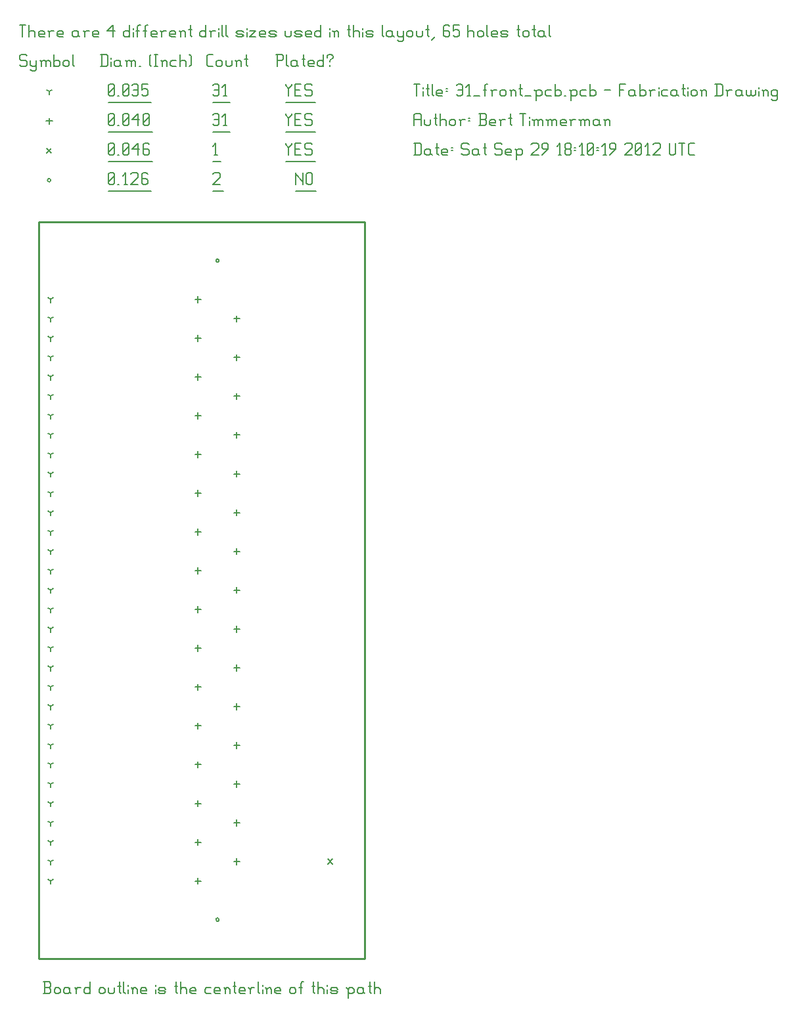
<source format=gbr>
G04 start of page 10 for group -3984 idx -3984 *
G04 Title: 31_front_pcb.pcb, fab *
G04 Creator: pcb 20100929 *
G04 CreationDate: Sat Sep 29 18:10:19 2012 UTC *
G04 For: bert *
G04 Format: Gerber/RS-274X *
G04 PCB-Dimensions: 196850 393701 *
G04 PCB-Coordinate-Origin: lower left *
%MOIN*%
%FSLAX25Y25*%
%LNFAB*%
%ADD19C,0.0080*%
%ADD23C,0.0100*%
%ADD24C,0.0060*%
G54D19*X99595Y29528D02*G75*G03X101195Y29528I800J0D01*G01*
G75*G03X99595Y29528I-800J0D01*G01*
Y364174D02*G75*G03X101195Y364174I800J0D01*G01*
G75*G03X99595Y364174I-800J0D01*G01*
X14200Y404951D02*G75*G03X15800Y404951I800J0D01*G01*
G75*G03X14200Y404951I-800J0D01*G01*
G54D24*X140000Y408701D02*Y402701D01*
Y408701D02*Y407951D01*
X143750Y404201D01*
Y408701D02*Y402701D01*
X145551Y407951D02*Y403451D01*
Y407951D02*X146301Y408701D01*
X147801D01*
X148551Y407951D01*
Y403451D01*
X147801Y402701D02*X148551Y403451D01*
X146301Y402701D02*X147801D01*
X145551Y403451D02*X146301Y402701D01*
X140000Y399450D02*X150353D01*
X98000Y407951D02*X98750Y408701D01*
X101000D01*
X101750Y407951D01*
Y406451D01*
X98000Y402701D02*X101750Y406451D01*
X98000Y402701D02*X101750D01*
X98000Y399450D02*X103551D01*
X45000Y403451D02*X45750Y402701D01*
X45000Y407951D02*Y403451D01*
Y407951D02*X45750Y408701D01*
X47250D01*
X48000Y407951D01*
Y403451D01*
X47250Y402701D02*X48000Y403451D01*
X45750Y402701D02*X47250D01*
X45000Y404201D02*X48000Y407201D01*
X49801Y402701D02*X50551D01*
X53103D02*X54603D01*
X53853Y408701D02*Y402701D01*
X52353Y407201D02*X53853Y408701D01*
X56404Y407951D02*X57154Y408701D01*
X59404D01*
X60154Y407951D01*
Y406451D01*
X56404Y402701D02*X60154Y406451D01*
X56404Y402701D02*X60154D01*
X64206Y408701D02*X64956Y407951D01*
X62706Y408701D02*X64206D01*
X61956Y407951D02*X62706Y408701D01*
X61956Y407951D02*Y403451D01*
X62706Y402701D01*
X64206Y405701D02*X64956Y404951D01*
X61956Y405701D02*X64206D01*
X62706Y402701D02*X64206D01*
X64956Y403451D01*
Y404951D02*Y403451D01*
X45000Y399450D02*X66757D01*
X156280Y60255D02*X158680Y57855D01*
X156280D02*X158680Y60255D01*
X13800Y421151D02*X16200Y418751D01*
X13800D02*X16200Y421151D01*
X135000Y423701D02*Y422951D01*
X136500Y421451D01*
X138000Y422951D01*
Y423701D02*Y422951D01*
X136500Y421451D02*Y417701D01*
X139801Y420701D02*X142051D01*
X139801Y417701D02*X142801D01*
X139801Y423701D02*Y417701D01*
Y423701D02*X142801D01*
X147603D02*X148353Y422951D01*
X145353Y423701D02*X147603D01*
X144603Y422951D02*X145353Y423701D01*
X144603Y422951D02*Y421451D01*
X145353Y420701D01*
X147603D01*
X148353Y419951D01*
Y418451D01*
X147603Y417701D02*X148353Y418451D01*
X145353Y417701D02*X147603D01*
X144603Y418451D02*X145353Y417701D01*
X135000Y414450D02*X150154D01*
X98750Y417701D02*X100250D01*
X99500Y423701D02*Y417701D01*
X98000Y422201D02*X99500Y423701D01*
X98000Y414450D02*X102051D01*
X45000Y418451D02*X45750Y417701D01*
X45000Y422951D02*Y418451D01*
Y422951D02*X45750Y423701D01*
X47250D01*
X48000Y422951D01*
Y418451D01*
X47250Y417701D02*X48000Y418451D01*
X45750Y417701D02*X47250D01*
X45000Y419201D02*X48000Y422201D01*
X49801Y417701D02*X50551D01*
X52353Y418451D02*X53103Y417701D01*
X52353Y422951D02*Y418451D01*
Y422951D02*X53103Y423701D01*
X54603D01*
X55353Y422951D01*
Y418451D01*
X54603Y417701D02*X55353Y418451D01*
X53103Y417701D02*X54603D01*
X52353Y419201D02*X55353Y422201D01*
X57154Y420701D02*X60154Y423701D01*
X57154Y420701D02*X60904D01*
X60154Y423701D02*Y417701D01*
X64956Y423701D02*X65706Y422951D01*
X63456Y423701D02*X64956D01*
X62706Y422951D02*X63456Y423701D01*
X62706Y422951D02*Y418451D01*
X63456Y417701D01*
X64956Y420701D02*X65706Y419951D01*
X62706Y420701D02*X64956D01*
X63456Y417701D02*X64956D01*
X65706Y418451D01*
Y419951D02*Y418451D01*
X45000Y414450D02*X67507D01*
X90552Y346088D02*Y342888D01*
X88952Y344488D02*X92152D01*
X110236Y336246D02*Y333046D01*
X108636Y334646D02*X111836D01*
X90552Y326403D02*Y323203D01*
X88952Y324803D02*X92152D01*
X110236Y316561D02*Y313361D01*
X108636Y314961D02*X111836D01*
X90552Y306718D02*Y303518D01*
X88952Y305118D02*X92152D01*
X110236Y296876D02*Y293676D01*
X108636Y295276D02*X111836D01*
X90552Y287033D02*Y283833D01*
X88952Y285433D02*X92152D01*
X110236Y277191D02*Y273991D01*
X108636Y275591D02*X111836D01*
X90552Y267348D02*Y264148D01*
X88952Y265748D02*X92152D01*
X110236Y257506D02*Y254306D01*
X108636Y255906D02*X111836D01*
X90552Y247663D02*Y244463D01*
X88952Y246063D02*X92152D01*
X110236Y237821D02*Y234621D01*
X108636Y236221D02*X111836D01*
X90552Y227978D02*Y224778D01*
X88952Y226378D02*X92152D01*
X110236Y218136D02*Y214936D01*
X108636Y216536D02*X111836D01*
X90552Y208293D02*Y205093D01*
X88952Y206693D02*X92152D01*
X110236Y198451D02*Y195251D01*
X108636Y196851D02*X111836D01*
X90552Y188608D02*Y185408D01*
X88952Y187008D02*X92152D01*
X110236Y178766D02*Y175566D01*
X108636Y177166D02*X111836D01*
X90552Y168923D02*Y165723D01*
X88952Y167323D02*X92152D01*
X110236Y159081D02*Y155881D01*
X108636Y157481D02*X111836D01*
X110236Y139396D02*Y136196D01*
X108636Y137796D02*X111836D01*
X90552Y149238D02*Y146038D01*
X88952Y147638D02*X92152D01*
X90552Y129553D02*Y126353D01*
X88952Y127953D02*X92152D01*
X110236Y119711D02*Y116511D01*
X108636Y118111D02*X111836D01*
X90552Y109868D02*Y106668D01*
X88952Y108268D02*X92152D01*
X110236Y100026D02*Y96826D01*
X108636Y98426D02*X111836D01*
X90552Y90183D02*Y86983D01*
X88952Y88583D02*X92152D01*
X110236Y80341D02*Y77141D01*
X108636Y78741D02*X111836D01*
X90552Y70498D02*Y67298D01*
X88952Y68898D02*X92152D01*
X110236Y60656D02*Y57456D01*
X108636Y59056D02*X111836D01*
X90552Y50813D02*Y47613D01*
X88952Y49213D02*X92152D01*
X15000Y436551D02*Y433351D01*
X13400Y434951D02*X16600D01*
X135000Y438701D02*Y437951D01*
X136500Y436451D01*
X138000Y437951D01*
Y438701D02*Y437951D01*
X136500Y436451D02*Y432701D01*
X139801Y435701D02*X142051D01*
X139801Y432701D02*X142801D01*
X139801Y438701D02*Y432701D01*
Y438701D02*X142801D01*
X147603D02*X148353Y437951D01*
X145353Y438701D02*X147603D01*
X144603Y437951D02*X145353Y438701D01*
X144603Y437951D02*Y436451D01*
X145353Y435701D01*
X147603D01*
X148353Y434951D01*
Y433451D01*
X147603Y432701D02*X148353Y433451D01*
X145353Y432701D02*X147603D01*
X144603Y433451D02*X145353Y432701D01*
X135000Y429450D02*X150154D01*
X98000Y437951D02*X98750Y438701D01*
X100250D01*
X101000Y437951D01*
Y433451D01*
X100250Y432701D02*X101000Y433451D01*
X98750Y432701D02*X100250D01*
X98000Y433451D02*X98750Y432701D01*
Y435701D02*X101000D01*
X103551Y432701D02*X105051D01*
X104301Y438701D02*Y432701D01*
X102801Y437201D02*X104301Y438701D01*
X98000Y429450D02*X106853D01*
X45000Y433451D02*X45750Y432701D01*
X45000Y437951D02*Y433451D01*
Y437951D02*X45750Y438701D01*
X47250D01*
X48000Y437951D01*
Y433451D01*
X47250Y432701D02*X48000Y433451D01*
X45750Y432701D02*X47250D01*
X45000Y434201D02*X48000Y437201D01*
X49801Y432701D02*X50551D01*
X52353Y433451D02*X53103Y432701D01*
X52353Y437951D02*Y433451D01*
Y437951D02*X53103Y438701D01*
X54603D01*
X55353Y437951D01*
Y433451D01*
X54603Y432701D02*X55353Y433451D01*
X53103Y432701D02*X54603D01*
X52353Y434201D02*X55353Y437201D01*
X57154Y435701D02*X60154Y438701D01*
X57154Y435701D02*X60904D01*
X60154Y438701D02*Y432701D01*
X62706Y433451D02*X63456Y432701D01*
X62706Y437951D02*Y433451D01*
Y437951D02*X63456Y438701D01*
X64956D01*
X65706Y437951D01*
Y433451D01*
X64956Y432701D02*X65706Y433451D01*
X63456Y432701D02*X64956D01*
X62706Y434201D02*X65706Y437201D01*
X45000Y429450D02*X67507D01*
X15748Y344488D02*Y342888D01*
Y344488D02*X17134Y345288D01*
X15748Y344488D02*X14362Y345288D01*
X15748Y334646D02*Y333046D01*
Y334646D02*X17134Y335446D01*
X15748Y334646D02*X14362Y335446D01*
X15748Y324803D02*Y323203D01*
Y324803D02*X17134Y325603D01*
X15748Y324803D02*X14362Y325603D01*
X15748Y314961D02*Y313361D01*
Y314961D02*X17134Y315761D01*
X15748Y314961D02*X14362Y315761D01*
X15748Y305118D02*Y303518D01*
Y305118D02*X17134Y305918D01*
X15748Y305118D02*X14362Y305918D01*
X15748Y295276D02*Y293676D01*
Y295276D02*X17134Y296076D01*
X15748Y295276D02*X14362Y296076D01*
X15748Y285433D02*Y283833D01*
Y285433D02*X17134Y286233D01*
X15748Y285433D02*X14362Y286233D01*
X15748Y275591D02*Y273991D01*
Y275591D02*X17134Y276391D01*
X15748Y275591D02*X14362Y276391D01*
X15748Y265748D02*Y264148D01*
Y265748D02*X17134Y266548D01*
X15748Y265748D02*X14362Y266548D01*
X15748Y255906D02*Y254306D01*
Y255906D02*X17134Y256706D01*
X15748Y255906D02*X14362Y256706D01*
X15748Y246063D02*Y244463D01*
Y246063D02*X17134Y246863D01*
X15748Y246063D02*X14362Y246863D01*
X15748Y236221D02*Y234621D01*
Y236221D02*X17134Y237021D01*
X15748Y236221D02*X14362Y237021D01*
X15748Y226378D02*Y224778D01*
Y226378D02*X17134Y227178D01*
X15748Y226378D02*X14362Y227178D01*
X15748Y216536D02*Y214936D01*
Y216536D02*X17134Y217336D01*
X15748Y216536D02*X14362Y217336D01*
X15748Y206693D02*Y205093D01*
Y206693D02*X17134Y207493D01*
X15748Y206693D02*X14362Y207493D01*
X15748Y196851D02*Y195251D01*
Y196851D02*X17134Y197651D01*
X15748Y196851D02*X14362Y197651D01*
X15748Y187008D02*Y185408D01*
Y187008D02*X17134Y187808D01*
X15748Y187008D02*X14362Y187808D01*
X15748Y177166D02*Y175566D01*
Y177166D02*X17134Y177966D01*
X15748Y177166D02*X14362Y177966D01*
X15748Y167323D02*Y165723D01*
Y167323D02*X17134Y168123D01*
X15748Y167323D02*X14362Y168123D01*
X15748Y157481D02*Y155881D01*
Y157481D02*X17134Y158281D01*
X15748Y157481D02*X14362Y158281D01*
X15748Y147638D02*Y146038D01*
Y147638D02*X17134Y148438D01*
X15748Y147638D02*X14362Y148438D01*
X15748Y137795D02*Y136195D01*
Y137795D02*X17134Y138595D01*
X15748Y137795D02*X14362Y138595D01*
X15748Y127953D02*Y126353D01*
Y127953D02*X17134Y128753D01*
X15748Y127953D02*X14362Y128753D01*
X15748Y118110D02*Y116510D01*
Y118110D02*X17134Y118910D01*
X15748Y118110D02*X14362Y118910D01*
X15748Y108268D02*Y106668D01*
Y108268D02*X17134Y109068D01*
X15748Y108268D02*X14362Y109068D01*
X15748Y98425D02*Y96825D01*
Y98425D02*X17134Y99225D01*
X15748Y98425D02*X14362Y99225D01*
X15748Y88583D02*Y86983D01*
Y88583D02*X17134Y89383D01*
X15748Y88583D02*X14362Y89383D01*
X15748Y78740D02*Y77140D01*
Y78740D02*X17134Y79540D01*
X15748Y78740D02*X14362Y79540D01*
X15748Y68898D02*Y67298D01*
Y68898D02*X17134Y69698D01*
X15748Y68898D02*X14362Y69698D01*
X15748Y59055D02*Y57455D01*
Y59055D02*X17134Y59855D01*
X15748Y59055D02*X14362Y59855D01*
X15748Y49213D02*Y47613D01*
Y49213D02*X17134Y50013D01*
X15748Y49213D02*X14362Y50013D01*
X15000Y449951D02*Y448351D01*
Y449951D02*X16386Y450751D01*
X15000Y449951D02*X13614Y450751D01*
X135000Y453701D02*Y452951D01*
X136500Y451451D01*
X138000Y452951D01*
Y453701D02*Y452951D01*
X136500Y451451D02*Y447701D01*
X139801Y450701D02*X142051D01*
X139801Y447701D02*X142801D01*
X139801Y453701D02*Y447701D01*
Y453701D02*X142801D01*
X147603D02*X148353Y452951D01*
X145353Y453701D02*X147603D01*
X144603Y452951D02*X145353Y453701D01*
X144603Y452951D02*Y451451D01*
X145353Y450701D01*
X147603D01*
X148353Y449951D01*
Y448451D01*
X147603Y447701D02*X148353Y448451D01*
X145353Y447701D02*X147603D01*
X144603Y448451D02*X145353Y447701D01*
X135000Y444450D02*X150154D01*
X98000Y452951D02*X98750Y453701D01*
X100250D01*
X101000Y452951D01*
Y448451D01*
X100250Y447701D02*X101000Y448451D01*
X98750Y447701D02*X100250D01*
X98000Y448451D02*X98750Y447701D01*
Y450701D02*X101000D01*
X103551Y447701D02*X105051D01*
X104301Y453701D02*Y447701D01*
X102801Y452201D02*X104301Y453701D01*
X98000Y444450D02*X106853D01*
X45000Y448451D02*X45750Y447701D01*
X45000Y452951D02*Y448451D01*
Y452951D02*X45750Y453701D01*
X47250D01*
X48000Y452951D01*
Y448451D01*
X47250Y447701D02*X48000Y448451D01*
X45750Y447701D02*X47250D01*
X45000Y449201D02*X48000Y452201D01*
X49801Y447701D02*X50551D01*
X52353Y448451D02*X53103Y447701D01*
X52353Y452951D02*Y448451D01*
Y452951D02*X53103Y453701D01*
X54603D01*
X55353Y452951D01*
Y448451D01*
X54603Y447701D02*X55353Y448451D01*
X53103Y447701D02*X54603D01*
X52353Y449201D02*X55353Y452201D01*
X57154Y452951D02*X57904Y453701D01*
X59404D01*
X60154Y452951D01*
Y448451D01*
X59404Y447701D02*X60154Y448451D01*
X57904Y447701D02*X59404D01*
X57154Y448451D02*X57904Y447701D01*
Y450701D02*X60154D01*
X61956Y453701D02*X64956D01*
X61956D02*Y450701D01*
X62706Y451451D01*
X64206D01*
X64956Y450701D01*
Y448451D01*
X64206Y447701D02*X64956Y448451D01*
X62706Y447701D02*X64206D01*
X61956Y448451D02*X62706Y447701D01*
X45000Y444450D02*X66757D01*
X3000Y468701D02*X3750Y467951D01*
X750Y468701D02*X3000D01*
X0Y467951D02*X750Y468701D01*
X0Y467951D02*Y466451D01*
X750Y465701D01*
X3000D01*
X3750Y464951D01*
Y463451D01*
X3000Y462701D02*X3750Y463451D01*
X750Y462701D02*X3000D01*
X0Y463451D02*X750Y462701D01*
X5551Y465701D02*Y463451D01*
X6301Y462701D01*
X8551Y465701D02*Y461201D01*
X7801Y460451D02*X8551Y461201D01*
X6301Y460451D02*X7801D01*
X5551Y461201D02*X6301Y460451D01*
Y462701D02*X7801D01*
X8551Y463451D01*
X11103Y464951D02*Y462701D01*
Y464951D02*X11853Y465701D01*
X12603D01*
X13353Y464951D01*
Y462701D01*
Y464951D02*X14103Y465701D01*
X14853D01*
X15603Y464951D01*
Y462701D01*
X10353Y465701D02*X11103Y464951D01*
X17404Y468701D02*Y462701D01*
Y463451D02*X18154Y462701D01*
X19654D01*
X20404Y463451D01*
Y464951D02*Y463451D01*
X19654Y465701D02*X20404Y464951D01*
X18154Y465701D02*X19654D01*
X17404Y464951D02*X18154Y465701D01*
X22206Y464951D02*Y463451D01*
Y464951D02*X22956Y465701D01*
X24456D01*
X25206Y464951D01*
Y463451D01*
X24456Y462701D02*X25206Y463451D01*
X22956Y462701D02*X24456D01*
X22206Y463451D02*X22956Y462701D01*
X27007Y468701D02*Y463451D01*
X27757Y462701D01*
X41750Y468701D02*Y462701D01*
X44000Y468701D02*X44750Y467951D01*
Y463451D01*
X44000Y462701D02*X44750Y463451D01*
X41000Y462701D02*X44000D01*
X41000Y468701D02*X44000D01*
X46551Y467201D02*Y466451D01*
Y464951D02*Y462701D01*
X50303Y465701D02*X51053Y464951D01*
X48803Y465701D02*X50303D01*
X48053Y464951D02*X48803Y465701D01*
X48053Y464951D02*Y463451D01*
X48803Y462701D01*
X51053Y465701D02*Y463451D01*
X51803Y462701D01*
X48803D02*X50303D01*
X51053Y463451D01*
X54354Y464951D02*Y462701D01*
Y464951D02*X55104Y465701D01*
X55854D01*
X56604Y464951D01*
Y462701D01*
Y464951D02*X57354Y465701D01*
X58104D01*
X58854Y464951D01*
Y462701D01*
X53604Y465701D02*X54354Y464951D01*
X60656Y462701D02*X61406D01*
X65907Y463451D02*X66657Y462701D01*
X65907Y467951D02*X66657Y468701D01*
X65907Y467951D02*Y463451D01*
X68459Y468701D02*X69959D01*
X69209D02*Y462701D01*
X68459D02*X69959D01*
X72510Y464951D02*Y462701D01*
Y464951D02*X73260Y465701D01*
X74010D01*
X74760Y464951D01*
Y462701D01*
X71760Y465701D02*X72510Y464951D01*
X77312Y465701D02*X79562D01*
X76562Y464951D02*X77312Y465701D01*
X76562Y464951D02*Y463451D01*
X77312Y462701D01*
X79562D01*
X81363Y468701D02*Y462701D01*
Y464951D02*X82113Y465701D01*
X83613D01*
X84363Y464951D01*
Y462701D01*
X86165Y468701D02*X86915Y467951D01*
Y463451D01*
X86165Y462701D02*X86915Y463451D01*
X95750Y462701D02*X98000D01*
X95000Y463451D02*X95750Y462701D01*
X95000Y467951D02*Y463451D01*
Y467951D02*X95750Y468701D01*
X98000D01*
X99801Y464951D02*Y463451D01*
Y464951D02*X100551Y465701D01*
X102051D01*
X102801Y464951D01*
Y463451D01*
X102051Y462701D02*X102801Y463451D01*
X100551Y462701D02*X102051D01*
X99801Y463451D02*X100551Y462701D01*
X104603Y465701D02*Y463451D01*
X105353Y462701D01*
X106853D01*
X107603Y463451D01*
Y465701D02*Y463451D01*
X110154Y464951D02*Y462701D01*
Y464951D02*X110904Y465701D01*
X111654D01*
X112404Y464951D01*
Y462701D01*
X109404Y465701D02*X110154Y464951D01*
X114956Y468701D02*Y463451D01*
X115706Y462701D01*
X114206Y466451D02*X115706D01*
X130750Y468701D02*Y462701D01*
X130000Y468701D02*X133000D01*
X133750Y467951D01*
Y466451D01*
X133000Y465701D02*X133750Y466451D01*
X130750Y465701D02*X133000D01*
X135551Y468701D02*Y463451D01*
X136301Y462701D01*
X140053Y465701D02*X140803Y464951D01*
X138553Y465701D02*X140053D01*
X137803Y464951D02*X138553Y465701D01*
X137803Y464951D02*Y463451D01*
X138553Y462701D01*
X140803Y465701D02*Y463451D01*
X141553Y462701D01*
X138553D02*X140053D01*
X140803Y463451D01*
X144104Y468701D02*Y463451D01*
X144854Y462701D01*
X143354Y466451D02*X144854D01*
X147106Y462701D02*X149356D01*
X146356Y463451D02*X147106Y462701D01*
X146356Y464951D02*Y463451D01*
Y464951D02*X147106Y465701D01*
X148606D01*
X149356Y464951D01*
X146356Y464201D02*X149356D01*
Y464951D02*Y464201D01*
X154157Y468701D02*Y462701D01*
X153407D02*X154157Y463451D01*
X151907Y462701D02*X153407D01*
X151157Y463451D02*X151907Y462701D01*
X151157Y464951D02*Y463451D01*
Y464951D02*X151907Y465701D01*
X153407D01*
X154157Y464951D01*
X157459Y465701D02*Y464951D01*
Y463451D02*Y462701D01*
X155959Y467951D02*Y467201D01*
Y467951D02*X156709Y468701D01*
X158209D01*
X158959Y467951D01*
Y467201D01*
X157459Y465701D02*X158959Y467201D01*
X0Y483701D02*X3000D01*
X1500D02*Y477701D01*
X4801Y483701D02*Y477701D01*
Y479951D02*X5551Y480701D01*
X7051D01*
X7801Y479951D01*
Y477701D01*
X10353D02*X12603D01*
X9603Y478451D02*X10353Y477701D01*
X9603Y479951D02*Y478451D01*
Y479951D02*X10353Y480701D01*
X11853D01*
X12603Y479951D01*
X9603Y479201D02*X12603D01*
Y479951D02*Y479201D01*
X15154Y479951D02*Y477701D01*
Y479951D02*X15904Y480701D01*
X17404D01*
X14404D02*X15154Y479951D01*
X19956Y477701D02*X22206D01*
X19206Y478451D02*X19956Y477701D01*
X19206Y479951D02*Y478451D01*
Y479951D02*X19956Y480701D01*
X21456D01*
X22206Y479951D01*
X19206Y479201D02*X22206D01*
Y479951D02*Y479201D01*
X28957Y480701D02*X29707Y479951D01*
X27457Y480701D02*X28957D01*
X26707Y479951D02*X27457Y480701D01*
X26707Y479951D02*Y478451D01*
X27457Y477701D01*
X29707Y480701D02*Y478451D01*
X30457Y477701D01*
X27457D02*X28957D01*
X29707Y478451D01*
X33009Y479951D02*Y477701D01*
Y479951D02*X33759Y480701D01*
X35259D01*
X32259D02*X33009Y479951D01*
X37810Y477701D02*X40060D01*
X37060Y478451D02*X37810Y477701D01*
X37060Y479951D02*Y478451D01*
Y479951D02*X37810Y480701D01*
X39310D01*
X40060Y479951D01*
X37060Y479201D02*X40060D01*
Y479951D02*Y479201D01*
X44562Y480701D02*X47562Y483701D01*
X44562Y480701D02*X48312D01*
X47562Y483701D02*Y477701D01*
X55813Y483701D02*Y477701D01*
X55063D02*X55813Y478451D01*
X53563Y477701D02*X55063D01*
X52813Y478451D02*X53563Y477701D01*
X52813Y479951D02*Y478451D01*
Y479951D02*X53563Y480701D01*
X55063D01*
X55813Y479951D01*
X57615Y482201D02*Y481451D01*
Y479951D02*Y477701D01*
X59866Y482951D02*Y477701D01*
Y482951D02*X60616Y483701D01*
X61366D01*
X59116Y480701D02*X60616D01*
X63618Y482951D02*Y477701D01*
Y482951D02*X64368Y483701D01*
X65118D01*
X62868Y480701D02*X64368D01*
X67369Y477701D02*X69619D01*
X66619Y478451D02*X67369Y477701D01*
X66619Y479951D02*Y478451D01*
Y479951D02*X67369Y480701D01*
X68869D01*
X69619Y479951D01*
X66619Y479201D02*X69619D01*
Y479951D02*Y479201D01*
X72171Y479951D02*Y477701D01*
Y479951D02*X72921Y480701D01*
X74421D01*
X71421D02*X72171Y479951D01*
X76972Y477701D02*X79222D01*
X76222Y478451D02*X76972Y477701D01*
X76222Y479951D02*Y478451D01*
Y479951D02*X76972Y480701D01*
X78472D01*
X79222Y479951D01*
X76222Y479201D02*X79222D01*
Y479951D02*Y479201D01*
X81774Y479951D02*Y477701D01*
Y479951D02*X82524Y480701D01*
X83274D01*
X84024Y479951D01*
Y477701D01*
X81024Y480701D02*X81774Y479951D01*
X86575Y483701D02*Y478451D01*
X87325Y477701D01*
X85825Y481451D02*X87325D01*
X94527Y483701D02*Y477701D01*
X93777D02*X94527Y478451D01*
X92277Y477701D02*X93777D01*
X91527Y478451D02*X92277Y477701D01*
X91527Y479951D02*Y478451D01*
Y479951D02*X92277Y480701D01*
X93777D01*
X94527Y479951D01*
X97078D02*Y477701D01*
Y479951D02*X97828Y480701D01*
X99328D01*
X96328D02*X97078Y479951D01*
X101130Y482201D02*Y481451D01*
Y479951D02*Y477701D01*
X102631Y483701D02*Y478451D01*
X103381Y477701D01*
X104883Y483701D02*Y478451D01*
X105633Y477701D01*
X110584D02*X112834D01*
X113584Y478451D01*
X112834Y479201D02*X113584Y478451D01*
X110584Y479201D02*X112834D01*
X109834Y479951D02*X110584Y479201D01*
X109834Y479951D02*X110584Y480701D01*
X112834D01*
X113584Y479951D01*
X109834Y478451D02*X110584Y477701D01*
X115386Y482201D02*Y481451D01*
Y479951D02*Y477701D01*
X116887Y480701D02*X119887D01*
X116887Y477701D02*X119887Y480701D01*
X116887Y477701D02*X119887D01*
X122439D02*X124689D01*
X121689Y478451D02*X122439Y477701D01*
X121689Y479951D02*Y478451D01*
Y479951D02*X122439Y480701D01*
X123939D01*
X124689Y479951D01*
X121689Y479201D02*X124689D01*
Y479951D02*Y479201D01*
X127240Y477701D02*X129490D01*
X130240Y478451D01*
X129490Y479201D02*X130240Y478451D01*
X127240Y479201D02*X129490D01*
X126490Y479951D02*X127240Y479201D01*
X126490Y479951D02*X127240Y480701D01*
X129490D01*
X130240Y479951D01*
X126490Y478451D02*X127240Y477701D01*
X134742Y480701D02*Y478451D01*
X135492Y477701D01*
X136992D01*
X137742Y478451D01*
Y480701D02*Y478451D01*
X140293Y477701D02*X142543D01*
X143293Y478451D01*
X142543Y479201D02*X143293Y478451D01*
X140293Y479201D02*X142543D01*
X139543Y479951D02*X140293Y479201D01*
X139543Y479951D02*X140293Y480701D01*
X142543D01*
X143293Y479951D01*
X139543Y478451D02*X140293Y477701D01*
X145845D02*X148095D01*
X145095Y478451D02*X145845Y477701D01*
X145095Y479951D02*Y478451D01*
Y479951D02*X145845Y480701D01*
X147345D01*
X148095Y479951D01*
X145095Y479201D02*X148095D01*
Y479951D02*Y479201D01*
X152896Y483701D02*Y477701D01*
X152146D02*X152896Y478451D01*
X150646Y477701D02*X152146D01*
X149896Y478451D02*X150646Y477701D01*
X149896Y479951D02*Y478451D01*
Y479951D02*X150646Y480701D01*
X152146D01*
X152896Y479951D01*
X157398Y482201D02*Y481451D01*
Y479951D02*Y477701D01*
X159649Y479951D02*Y477701D01*
Y479951D02*X160399Y480701D01*
X161149D01*
X161899Y479951D01*
Y477701D01*
X158899Y480701D02*X159649Y479951D01*
X167151Y483701D02*Y478451D01*
X167901Y477701D01*
X166401Y481451D02*X167901D01*
X169402Y483701D02*Y477701D01*
Y479951D02*X170152Y480701D01*
X171652D01*
X172402Y479951D01*
Y477701D01*
X174204Y482201D02*Y481451D01*
Y479951D02*Y477701D01*
X176455D02*X178705D01*
X179455Y478451D01*
X178705Y479201D02*X179455Y478451D01*
X176455Y479201D02*X178705D01*
X175705Y479951D02*X176455Y479201D01*
X175705Y479951D02*X176455Y480701D01*
X178705D01*
X179455Y479951D01*
X175705Y478451D02*X176455Y477701D01*
X183957Y483701D02*Y478451D01*
X184707Y477701D01*
X188458Y480701D02*X189208Y479951D01*
X186958Y480701D02*X188458D01*
X186208Y479951D02*X186958Y480701D01*
X186208Y479951D02*Y478451D01*
X186958Y477701D01*
X189208Y480701D02*Y478451D01*
X189958Y477701D01*
X186958D02*X188458D01*
X189208Y478451D01*
X191760Y480701D02*Y478451D01*
X192510Y477701D01*
X194760Y480701D02*Y476201D01*
X194010Y475451D02*X194760Y476201D01*
X192510Y475451D02*X194010D01*
X191760Y476201D02*X192510Y475451D01*
Y477701D02*X194010D01*
X194760Y478451D01*
X196561Y479951D02*Y478451D01*
Y479951D02*X197311Y480701D01*
X198811D01*
X199561Y479951D01*
Y478451D01*
X198811Y477701D02*X199561Y478451D01*
X197311Y477701D02*X198811D01*
X196561Y478451D02*X197311Y477701D01*
X201363Y480701D02*Y478451D01*
X202113Y477701D01*
X203613D01*
X204363Y478451D01*
Y480701D02*Y478451D01*
X206914Y483701D02*Y478451D01*
X207664Y477701D01*
X206164Y481451D02*X207664D01*
X209166Y476201D02*X210666Y477701D01*
X217417Y483701D02*X218167Y482951D01*
X215917Y483701D02*X217417D01*
X215167Y482951D02*X215917Y483701D01*
X215167Y482951D02*Y478451D01*
X215917Y477701D01*
X217417Y480701D02*X218167Y479951D01*
X215167Y480701D02*X217417D01*
X215917Y477701D02*X217417D01*
X218167Y478451D01*
Y479951D02*Y478451D01*
X219969Y483701D02*X222969D01*
X219969D02*Y480701D01*
X220719Y481451D01*
X222219D01*
X222969Y480701D01*
Y478451D01*
X222219Y477701D02*X222969Y478451D01*
X220719Y477701D02*X222219D01*
X219969Y478451D02*X220719Y477701D01*
X227470Y483701D02*Y477701D01*
Y479951D02*X228220Y480701D01*
X229720D01*
X230470Y479951D01*
Y477701D01*
X232272Y479951D02*Y478451D01*
Y479951D02*X233022Y480701D01*
X234522D01*
X235272Y479951D01*
Y478451D01*
X234522Y477701D02*X235272Y478451D01*
X233022Y477701D02*X234522D01*
X232272Y478451D02*X233022Y477701D01*
X237073Y483701D02*Y478451D01*
X237823Y477701D01*
X240075D02*X242325D01*
X239325Y478451D02*X240075Y477701D01*
X239325Y479951D02*Y478451D01*
Y479951D02*X240075Y480701D01*
X241575D01*
X242325Y479951D01*
X239325Y479201D02*X242325D01*
Y479951D02*Y479201D01*
X244876Y477701D02*X247126D01*
X247876Y478451D01*
X247126Y479201D02*X247876Y478451D01*
X244876Y479201D02*X247126D01*
X244126Y479951D02*X244876Y479201D01*
X244126Y479951D02*X244876Y480701D01*
X247126D01*
X247876Y479951D01*
X244126Y478451D02*X244876Y477701D01*
X253128Y483701D02*Y478451D01*
X253878Y477701D01*
X252378Y481451D02*X253878D01*
X255379Y479951D02*Y478451D01*
Y479951D02*X256129Y480701D01*
X257629D01*
X258379Y479951D01*
Y478451D01*
X257629Y477701D02*X258379Y478451D01*
X256129Y477701D02*X257629D01*
X255379Y478451D02*X256129Y477701D01*
X260931Y483701D02*Y478451D01*
X261681Y477701D01*
X260181Y481451D02*X261681D01*
X265432Y480701D02*X266182Y479951D01*
X263932Y480701D02*X265432D01*
X263182Y479951D02*X263932Y480701D01*
X263182Y479951D02*Y478451D01*
X263932Y477701D01*
X266182Y480701D02*Y478451D01*
X266932Y477701D01*
X263932D02*X265432D01*
X266182Y478451D01*
X268734Y483701D02*Y478451D01*
X269484Y477701D01*
G54D23*X175197Y383858D02*Y9843D01*
Y9842D02*X9843D01*
Y383858D01*
X175197D01*
G54D24*X12073Y-8000D02*X15073D01*
X15823Y-7250D01*
Y-5750D02*Y-7250D01*
X15073Y-5000D02*X15823Y-5750D01*
X12823Y-5000D02*X15073D01*
X12823Y-2000D02*Y-8000D01*
X12073Y-2000D02*X15073D01*
X15823Y-2750D01*
Y-4250D01*
X15073Y-5000D02*X15823Y-4250D01*
X17624Y-5750D02*Y-7250D01*
Y-5750D02*X18374Y-5000D01*
X19874D01*
X20624Y-5750D01*
Y-7250D01*
X19874Y-8000D02*X20624Y-7250D01*
X18374Y-8000D02*X19874D01*
X17624Y-7250D02*X18374Y-8000D01*
X24676Y-5000D02*X25426Y-5750D01*
X23176Y-5000D02*X24676D01*
X22426Y-5750D02*X23176Y-5000D01*
X22426Y-5750D02*Y-7250D01*
X23176Y-8000D01*
X25426Y-5000D02*Y-7250D01*
X26176Y-8000D01*
X23176D02*X24676D01*
X25426Y-7250D01*
X28727Y-5750D02*Y-8000D01*
Y-5750D02*X29477Y-5000D01*
X30977D01*
X27977D02*X28727Y-5750D01*
X35779Y-2000D02*Y-8000D01*
X35029D02*X35779Y-7250D01*
X33529Y-8000D02*X35029D01*
X32779Y-7250D02*X33529Y-8000D01*
X32779Y-5750D02*Y-7250D01*
Y-5750D02*X33529Y-5000D01*
X35029D01*
X35779Y-5750D01*
X40280D02*Y-7250D01*
Y-5750D02*X41030Y-5000D01*
X42530D01*
X43280Y-5750D01*
Y-7250D01*
X42530Y-8000D02*X43280Y-7250D01*
X41030Y-8000D02*X42530D01*
X40280Y-7250D02*X41030Y-8000D01*
X45082Y-5000D02*Y-7250D01*
X45832Y-8000D01*
X47332D01*
X48082Y-7250D01*
Y-5000D02*Y-7250D01*
X50633Y-2000D02*Y-7250D01*
X51383Y-8000D01*
X49883Y-4250D02*X51383D01*
X52885Y-2000D02*Y-7250D01*
X53635Y-8000D01*
X55136Y-3500D02*Y-4250D01*
Y-5750D02*Y-8000D01*
X57388Y-5750D02*Y-8000D01*
Y-5750D02*X58138Y-5000D01*
X58888D01*
X59638Y-5750D01*
Y-8000D01*
X56638Y-5000D02*X57388Y-5750D01*
X62189Y-8000D02*X64439D01*
X61439Y-7250D02*X62189Y-8000D01*
X61439Y-5750D02*Y-7250D01*
Y-5750D02*X62189Y-5000D01*
X63689D01*
X64439Y-5750D01*
X61439Y-6500D02*X64439D01*
Y-5750D02*Y-6500D01*
X68941Y-3500D02*Y-4250D01*
Y-5750D02*Y-8000D01*
X71192D02*X73442D01*
X74192Y-7250D01*
X73442Y-6500D02*X74192Y-7250D01*
X71192Y-6500D02*X73442D01*
X70442Y-5750D02*X71192Y-6500D01*
X70442Y-5750D02*X71192Y-5000D01*
X73442D01*
X74192Y-5750D01*
X70442Y-7250D02*X71192Y-8000D01*
X79444Y-2000D02*Y-7250D01*
X80194Y-8000D01*
X78694Y-4250D02*X80194D01*
X81695Y-2000D02*Y-8000D01*
Y-5750D02*X82445Y-5000D01*
X83945D01*
X84695Y-5750D01*
Y-8000D01*
X87247D02*X89497D01*
X86497Y-7250D02*X87247Y-8000D01*
X86497Y-5750D02*Y-7250D01*
Y-5750D02*X87247Y-5000D01*
X88747D01*
X89497Y-5750D01*
X86497Y-6500D02*X89497D01*
Y-5750D02*Y-6500D01*
X94748Y-5000D02*X96998D01*
X93998Y-5750D02*X94748Y-5000D01*
X93998Y-5750D02*Y-7250D01*
X94748Y-8000D01*
X96998D01*
X99550D02*X101800D01*
X98800Y-7250D02*X99550Y-8000D01*
X98800Y-5750D02*Y-7250D01*
Y-5750D02*X99550Y-5000D01*
X101050D01*
X101800Y-5750D01*
X98800Y-6500D02*X101800D01*
Y-5750D02*Y-6500D01*
X104351Y-5750D02*Y-8000D01*
Y-5750D02*X105101Y-5000D01*
X105851D01*
X106601Y-5750D01*
Y-8000D01*
X103601Y-5000D02*X104351Y-5750D01*
X109153Y-2000D02*Y-7250D01*
X109903Y-8000D01*
X108403Y-4250D02*X109903D01*
X112154Y-8000D02*X114404D01*
X111404Y-7250D02*X112154Y-8000D01*
X111404Y-5750D02*Y-7250D01*
Y-5750D02*X112154Y-5000D01*
X113654D01*
X114404Y-5750D01*
X111404Y-6500D02*X114404D01*
Y-5750D02*Y-6500D01*
X116956Y-5750D02*Y-8000D01*
Y-5750D02*X117706Y-5000D01*
X119206D01*
X116206D02*X116956Y-5750D01*
X121007Y-2000D02*Y-7250D01*
X121757Y-8000D01*
X123259Y-3500D02*Y-4250D01*
Y-5750D02*Y-8000D01*
X125510Y-5750D02*Y-8000D01*
Y-5750D02*X126260Y-5000D01*
X127010D01*
X127760Y-5750D01*
Y-8000D01*
X124760Y-5000D02*X125510Y-5750D01*
X130312Y-8000D02*X132562D01*
X129562Y-7250D02*X130312Y-8000D01*
X129562Y-5750D02*Y-7250D01*
Y-5750D02*X130312Y-5000D01*
X131812D01*
X132562Y-5750D01*
X129562Y-6500D02*X132562D01*
Y-5750D02*Y-6500D01*
X137063Y-5750D02*Y-7250D01*
Y-5750D02*X137813Y-5000D01*
X139313D01*
X140063Y-5750D01*
Y-7250D01*
X139313Y-8000D02*X140063Y-7250D01*
X137813Y-8000D02*X139313D01*
X137063Y-7250D02*X137813Y-8000D01*
X142615Y-2750D02*Y-8000D01*
Y-2750D02*X143365Y-2000D01*
X144115D01*
X141865Y-5000D02*X143365D01*
X149066Y-2000D02*Y-7250D01*
X149816Y-8000D01*
X148316Y-4250D02*X149816D01*
X151318Y-2000D02*Y-8000D01*
Y-5750D02*X152068Y-5000D01*
X153568D01*
X154318Y-5750D01*
Y-8000D01*
X156119Y-3500D02*Y-4250D01*
Y-5750D02*Y-8000D01*
X158371D02*X160621D01*
X161371Y-7250D01*
X160621Y-6500D02*X161371Y-7250D01*
X158371Y-6500D02*X160621D01*
X157621Y-5750D02*X158371Y-6500D01*
X157621Y-5750D02*X158371Y-5000D01*
X160621D01*
X161371Y-5750D01*
X157621Y-7250D02*X158371Y-8000D01*
X166622Y-5750D02*Y-10250D01*
X165872Y-5000D02*X166622Y-5750D01*
X167372Y-5000D01*
X168872D01*
X169622Y-5750D01*
Y-7250D01*
X168872Y-8000D02*X169622Y-7250D01*
X167372Y-8000D02*X168872D01*
X166622Y-7250D02*X167372Y-8000D01*
X173674Y-5000D02*X174424Y-5750D01*
X172174Y-5000D02*X173674D01*
X171424Y-5750D02*X172174Y-5000D01*
X171424Y-5750D02*Y-7250D01*
X172174Y-8000D01*
X174424Y-5000D02*Y-7250D01*
X175174Y-8000D01*
X172174D02*X173674D01*
X174424Y-7250D01*
X177725Y-2000D02*Y-7250D01*
X178475Y-8000D01*
X176975Y-4250D02*X178475D01*
X179977Y-2000D02*Y-8000D01*
Y-5750D02*X180727Y-5000D01*
X182227D01*
X182977Y-5750D01*
Y-8000D01*
X200750Y423701D02*Y417701D01*
X203000Y423701D02*X203750Y422951D01*
Y418451D01*
X203000Y417701D02*X203750Y418451D01*
X200000Y417701D02*X203000D01*
X200000Y423701D02*X203000D01*
X207801Y420701D02*X208551Y419951D01*
X206301Y420701D02*X207801D01*
X205551Y419951D02*X206301Y420701D01*
X205551Y419951D02*Y418451D01*
X206301Y417701D01*
X208551Y420701D02*Y418451D01*
X209301Y417701D01*
X206301D02*X207801D01*
X208551Y418451D01*
X211853Y423701D02*Y418451D01*
X212603Y417701D01*
X211103Y421451D02*X212603D01*
X214854Y417701D02*X217104D01*
X214104Y418451D02*X214854Y417701D01*
X214104Y419951D02*Y418451D01*
Y419951D02*X214854Y420701D01*
X216354D01*
X217104Y419951D01*
X214104Y419201D02*X217104D01*
Y419951D02*Y419201D01*
X218906Y421451D02*X219656D01*
X218906Y419951D02*X219656D01*
X227157Y423701D02*X227907Y422951D01*
X224907Y423701D02*X227157D01*
X224157Y422951D02*X224907Y423701D01*
X224157Y422951D02*Y421451D01*
X224907Y420701D01*
X227157D01*
X227907Y419951D01*
Y418451D01*
X227157Y417701D02*X227907Y418451D01*
X224907Y417701D02*X227157D01*
X224157Y418451D02*X224907Y417701D01*
X231959Y420701D02*X232709Y419951D01*
X230459Y420701D02*X231959D01*
X229709Y419951D02*X230459Y420701D01*
X229709Y419951D02*Y418451D01*
X230459Y417701D01*
X232709Y420701D02*Y418451D01*
X233459Y417701D01*
X230459D02*X231959D01*
X232709Y418451D01*
X236010Y423701D02*Y418451D01*
X236760Y417701D01*
X235260Y421451D02*X236760D01*
X243962Y423701D02*X244712Y422951D01*
X241712Y423701D02*X243962D01*
X240962Y422951D02*X241712Y423701D01*
X240962Y422951D02*Y421451D01*
X241712Y420701D01*
X243962D01*
X244712Y419951D01*
Y418451D01*
X243962Y417701D02*X244712Y418451D01*
X241712Y417701D02*X243962D01*
X240962Y418451D02*X241712Y417701D01*
X247263D02*X249513D01*
X246513Y418451D02*X247263Y417701D01*
X246513Y419951D02*Y418451D01*
Y419951D02*X247263Y420701D01*
X248763D01*
X249513Y419951D01*
X246513Y419201D02*X249513D01*
Y419951D02*Y419201D01*
X252065Y419951D02*Y415451D01*
X251315Y420701D02*X252065Y419951D01*
X252815Y420701D01*
X254315D01*
X255065Y419951D01*
Y418451D01*
X254315Y417701D02*X255065Y418451D01*
X252815Y417701D02*X254315D01*
X252065Y418451D02*X252815Y417701D01*
X259566Y422951D02*X260316Y423701D01*
X262566D01*
X263316Y422951D01*
Y421451D01*
X259566Y417701D02*X263316Y421451D01*
X259566Y417701D02*X263316D01*
X265118D02*X268118Y420701D01*
Y422951D02*Y420701D01*
X267368Y423701D02*X268118Y422951D01*
X265868Y423701D02*X267368D01*
X265118Y422951D02*X265868Y423701D01*
X265118Y422951D02*Y421451D01*
X265868Y420701D01*
X268118D01*
X273369Y417701D02*X274869D01*
X274119Y423701D02*Y417701D01*
X272619Y422201D02*X274119Y423701D01*
X276671Y418451D02*X277421Y417701D01*
X276671Y419951D02*Y418451D01*
Y419951D02*X277421Y420701D01*
X278921D01*
X279671Y419951D01*
Y418451D01*
X278921Y417701D02*X279671Y418451D01*
X277421Y417701D02*X278921D01*
X276671Y421451D02*X277421Y420701D01*
X276671Y422951D02*Y421451D01*
Y422951D02*X277421Y423701D01*
X278921D01*
X279671Y422951D01*
Y421451D01*
X278921Y420701D02*X279671Y421451D01*
X281472D02*X282222D01*
X281472Y419951D02*X282222D01*
X284774Y417701D02*X286274D01*
X285524Y423701D02*Y417701D01*
X284024Y422201D02*X285524Y423701D01*
X288075Y418451D02*X288825Y417701D01*
X288075Y422951D02*Y418451D01*
Y422951D02*X288825Y423701D01*
X290325D01*
X291075Y422951D01*
Y418451D01*
X290325Y417701D02*X291075Y418451D01*
X288825Y417701D02*X290325D01*
X288075Y419201D02*X291075Y422201D01*
X292877Y421451D02*X293627D01*
X292877Y419951D02*X293627D01*
X296178Y417701D02*X297678D01*
X296928Y423701D02*Y417701D01*
X295428Y422201D02*X296928Y423701D01*
X299480Y417701D02*X302480Y420701D01*
Y422951D02*Y420701D01*
X301730Y423701D02*X302480Y422951D01*
X300230Y423701D02*X301730D01*
X299480Y422951D02*X300230Y423701D01*
X299480Y422951D02*Y421451D01*
X300230Y420701D01*
X302480D01*
X306981Y422951D02*X307731Y423701D01*
X309981D01*
X310731Y422951D01*
Y421451D01*
X306981Y417701D02*X310731Y421451D01*
X306981Y417701D02*X310731D01*
X312533Y418451D02*X313283Y417701D01*
X312533Y422951D02*Y418451D01*
Y422951D02*X313283Y423701D01*
X314783D01*
X315533Y422951D01*
Y418451D01*
X314783Y417701D02*X315533Y418451D01*
X313283Y417701D02*X314783D01*
X312533Y419201D02*X315533Y422201D01*
X318084Y417701D02*X319584D01*
X318834Y423701D02*Y417701D01*
X317334Y422201D02*X318834Y423701D01*
X321386Y422951D02*X322136Y423701D01*
X324386D01*
X325136Y422951D01*
Y421451D01*
X321386Y417701D02*X325136Y421451D01*
X321386Y417701D02*X325136D01*
X329637Y423701D02*Y418451D01*
X330387Y417701D01*
X331887D01*
X332637Y418451D01*
Y423701D02*Y418451D01*
X334439Y423701D02*X337439D01*
X335939D02*Y417701D01*
X339990D02*X342240D01*
X339240Y418451D02*X339990Y417701D01*
X339240Y422951D02*Y418451D01*
Y422951D02*X339990Y423701D01*
X342240D01*
X200000Y437951D02*Y432701D01*
Y437951D02*X200750Y438701D01*
X203000D01*
X203750Y437951D01*
Y432701D01*
X200000Y435701D02*X203750D01*
X205551D02*Y433451D01*
X206301Y432701D01*
X207801D01*
X208551Y433451D01*
Y435701D02*Y433451D01*
X211103Y438701D02*Y433451D01*
X211853Y432701D01*
X210353Y436451D02*X211853D01*
X213354Y438701D02*Y432701D01*
Y434951D02*X214104Y435701D01*
X215604D01*
X216354Y434951D01*
Y432701D01*
X218156Y434951D02*Y433451D01*
Y434951D02*X218906Y435701D01*
X220406D01*
X221156Y434951D01*
Y433451D01*
X220406Y432701D02*X221156Y433451D01*
X218906Y432701D02*X220406D01*
X218156Y433451D02*X218906Y432701D01*
X223707Y434951D02*Y432701D01*
Y434951D02*X224457Y435701D01*
X225957D01*
X222957D02*X223707Y434951D01*
X227759Y436451D02*X228509D01*
X227759Y434951D02*X228509D01*
X233010Y432701D02*X236010D01*
X236760Y433451D01*
Y434951D02*Y433451D01*
X236010Y435701D02*X236760Y434951D01*
X233760Y435701D02*X236010D01*
X233760Y438701D02*Y432701D01*
X233010Y438701D02*X236010D01*
X236760Y437951D01*
Y436451D01*
X236010Y435701D02*X236760Y436451D01*
X239312Y432701D02*X241562D01*
X238562Y433451D02*X239312Y432701D01*
X238562Y434951D02*Y433451D01*
Y434951D02*X239312Y435701D01*
X240812D01*
X241562Y434951D01*
X238562Y434201D02*X241562D01*
Y434951D02*Y434201D01*
X244113Y434951D02*Y432701D01*
Y434951D02*X244863Y435701D01*
X246363D01*
X243363D02*X244113Y434951D01*
X248915Y438701D02*Y433451D01*
X249665Y432701D01*
X248165Y436451D02*X249665D01*
X253866Y438701D02*X256866D01*
X255366D02*Y432701D01*
X258668Y437201D02*Y436451D01*
Y434951D02*Y432701D01*
X260919Y434951D02*Y432701D01*
Y434951D02*X261669Y435701D01*
X262419D01*
X263169Y434951D01*
Y432701D01*
Y434951D02*X263919Y435701D01*
X264669D01*
X265419Y434951D01*
Y432701D01*
X260169Y435701D02*X260919Y434951D01*
X267971D02*Y432701D01*
Y434951D02*X268721Y435701D01*
X269471D01*
X270221Y434951D01*
Y432701D01*
Y434951D02*X270971Y435701D01*
X271721D01*
X272471Y434951D01*
Y432701D01*
X267221Y435701D02*X267971Y434951D01*
X275022Y432701D02*X277272D01*
X274272Y433451D02*X275022Y432701D01*
X274272Y434951D02*Y433451D01*
Y434951D02*X275022Y435701D01*
X276522D01*
X277272Y434951D01*
X274272Y434201D02*X277272D01*
Y434951D02*Y434201D01*
X279824Y434951D02*Y432701D01*
Y434951D02*X280574Y435701D01*
X282074D01*
X279074D02*X279824Y434951D01*
X284625D02*Y432701D01*
Y434951D02*X285375Y435701D01*
X286125D01*
X286875Y434951D01*
Y432701D01*
Y434951D02*X287625Y435701D01*
X288375D01*
X289125Y434951D01*
Y432701D01*
X283875Y435701D02*X284625Y434951D01*
X293177Y435701D02*X293927Y434951D01*
X291677Y435701D02*X293177D01*
X290927Y434951D02*X291677Y435701D01*
X290927Y434951D02*Y433451D01*
X291677Y432701D01*
X293927Y435701D02*Y433451D01*
X294677Y432701D01*
X291677D02*X293177D01*
X293927Y433451D01*
X297228Y434951D02*Y432701D01*
Y434951D02*X297978Y435701D01*
X298728D01*
X299478Y434951D01*
Y432701D01*
X296478Y435701D02*X297228Y434951D01*
X200000Y453701D02*X203000D01*
X201500D02*Y447701D01*
X204801Y452201D02*Y451451D01*
Y449951D02*Y447701D01*
X207053Y453701D02*Y448451D01*
X207803Y447701D01*
X206303Y451451D02*X207803D01*
X209304Y453701D02*Y448451D01*
X210054Y447701D01*
X212306D02*X214556D01*
X211556Y448451D02*X212306Y447701D01*
X211556Y449951D02*Y448451D01*
Y449951D02*X212306Y450701D01*
X213806D01*
X214556Y449951D01*
X211556Y449201D02*X214556D01*
Y449951D02*Y449201D01*
X216357Y451451D02*X217107D01*
X216357Y449951D02*X217107D01*
X221609Y452951D02*X222359Y453701D01*
X223859D01*
X224609Y452951D01*
Y448451D01*
X223859Y447701D02*X224609Y448451D01*
X222359Y447701D02*X223859D01*
X221609Y448451D02*X222359Y447701D01*
Y450701D02*X224609D01*
X227160Y447701D02*X228660D01*
X227910Y453701D02*Y447701D01*
X226410Y452201D02*X227910Y453701D01*
X230462Y447701D02*X233462D01*
X236013Y452951D02*Y447701D01*
Y452951D02*X236763Y453701D01*
X237513D01*
X235263Y450701D02*X236763D01*
X239765Y449951D02*Y447701D01*
Y449951D02*X240515Y450701D01*
X242015D01*
X239015D02*X239765Y449951D01*
X243816D02*Y448451D01*
Y449951D02*X244566Y450701D01*
X246066D01*
X246816Y449951D01*
Y448451D01*
X246066Y447701D02*X246816Y448451D01*
X244566Y447701D02*X246066D01*
X243816Y448451D02*X244566Y447701D01*
X249368Y449951D02*Y447701D01*
Y449951D02*X250118Y450701D01*
X250868D01*
X251618Y449951D01*
Y447701D01*
X248618Y450701D02*X249368Y449951D01*
X254169Y453701D02*Y448451D01*
X254919Y447701D01*
X253419Y451451D02*X254919D01*
X256421Y447701D02*X259421D01*
X261972Y449951D02*Y445451D01*
X261222Y450701D02*X261972Y449951D01*
X262722Y450701D01*
X264222D01*
X264972Y449951D01*
Y448451D01*
X264222Y447701D02*X264972Y448451D01*
X262722Y447701D02*X264222D01*
X261972Y448451D02*X262722Y447701D01*
X267524Y450701D02*X269774D01*
X266774Y449951D02*X267524Y450701D01*
X266774Y449951D02*Y448451D01*
X267524Y447701D01*
X269774D01*
X271575Y453701D02*Y447701D01*
Y448451D02*X272325Y447701D01*
X273825D01*
X274575Y448451D01*
Y449951D02*Y448451D01*
X273825Y450701D02*X274575Y449951D01*
X272325Y450701D02*X273825D01*
X271575Y449951D02*X272325Y450701D01*
X276377Y447701D02*X277127D01*
X279678Y449951D02*Y445451D01*
X278928Y450701D02*X279678Y449951D01*
X280428Y450701D01*
X281928D01*
X282678Y449951D01*
Y448451D01*
X281928Y447701D02*X282678Y448451D01*
X280428Y447701D02*X281928D01*
X279678Y448451D02*X280428Y447701D01*
X285230Y450701D02*X287480D01*
X284480Y449951D02*X285230Y450701D01*
X284480Y449951D02*Y448451D01*
X285230Y447701D01*
X287480D01*
X289281Y453701D02*Y447701D01*
Y448451D02*X290031Y447701D01*
X291531D01*
X292281Y448451D01*
Y449951D02*Y448451D01*
X291531Y450701D02*X292281Y449951D01*
X290031Y450701D02*X291531D01*
X289281Y449951D02*X290031Y450701D01*
X296783D02*X299783D01*
X304284Y453701D02*Y447701D01*
Y453701D02*X307284D01*
X304284Y450701D02*X306534D01*
X311336D02*X312086Y449951D01*
X309836Y450701D02*X311336D01*
X309086Y449951D02*X309836Y450701D01*
X309086Y449951D02*Y448451D01*
X309836Y447701D01*
X312086Y450701D02*Y448451D01*
X312836Y447701D01*
X309836D02*X311336D01*
X312086Y448451D01*
X314637Y453701D02*Y447701D01*
Y448451D02*X315387Y447701D01*
X316887D01*
X317637Y448451D01*
Y449951D02*Y448451D01*
X316887Y450701D02*X317637Y449951D01*
X315387Y450701D02*X316887D01*
X314637Y449951D02*X315387Y450701D01*
X320189Y449951D02*Y447701D01*
Y449951D02*X320939Y450701D01*
X322439D01*
X319439D02*X320189Y449951D01*
X324240Y452201D02*Y451451D01*
Y449951D02*Y447701D01*
X326492Y450701D02*X328742D01*
X325742Y449951D02*X326492Y450701D01*
X325742Y449951D02*Y448451D01*
X326492Y447701D01*
X328742D01*
X332793Y450701D02*X333543Y449951D01*
X331293Y450701D02*X332793D01*
X330543Y449951D02*X331293Y450701D01*
X330543Y449951D02*Y448451D01*
X331293Y447701D01*
X333543Y450701D02*Y448451D01*
X334293Y447701D01*
X331293D02*X332793D01*
X333543Y448451D01*
X336845Y453701D02*Y448451D01*
X337595Y447701D01*
X336095Y451451D02*X337595D01*
X339096Y452201D02*Y451451D01*
Y449951D02*Y447701D01*
X340598Y449951D02*Y448451D01*
Y449951D02*X341348Y450701D01*
X342848D01*
X343598Y449951D01*
Y448451D01*
X342848Y447701D02*X343598Y448451D01*
X341348Y447701D02*X342848D01*
X340598Y448451D02*X341348Y447701D01*
X346149Y449951D02*Y447701D01*
Y449951D02*X346899Y450701D01*
X347649D01*
X348399Y449951D01*
Y447701D01*
X345399Y450701D02*X346149Y449951D01*
X353651Y453701D02*Y447701D01*
X355901Y453701D02*X356651Y452951D01*
Y448451D01*
X355901Y447701D02*X356651Y448451D01*
X352901Y447701D02*X355901D01*
X352901Y453701D02*X355901D01*
X359202Y449951D02*Y447701D01*
Y449951D02*X359952Y450701D01*
X361452D01*
X358452D02*X359202Y449951D01*
X365504Y450701D02*X366254Y449951D01*
X364004Y450701D02*X365504D01*
X363254Y449951D02*X364004Y450701D01*
X363254Y449951D02*Y448451D01*
X364004Y447701D01*
X366254Y450701D02*Y448451D01*
X367004Y447701D01*
X364004D02*X365504D01*
X366254Y448451D01*
X368805Y450701D02*Y448451D01*
X369555Y447701D01*
X370305D01*
X371055Y448451D01*
Y450701D02*Y448451D01*
X371805Y447701D01*
X372555D01*
X373305Y448451D01*
Y450701D02*Y448451D01*
X375107Y452201D02*Y451451D01*
Y449951D02*Y447701D01*
X377358Y449951D02*Y447701D01*
Y449951D02*X378108Y450701D01*
X378858D01*
X379608Y449951D01*
Y447701D01*
X376608Y450701D02*X377358Y449951D01*
X383660Y450701D02*X384410Y449951D01*
X382160Y450701D02*X383660D01*
X381410Y449951D02*X382160Y450701D01*
X381410Y449951D02*Y448451D01*
X382160Y447701D01*
X383660D01*
X384410Y448451D01*
X381410Y446201D02*X382160Y445451D01*
X383660D01*
X384410Y446201D01*
Y450701D02*Y446201D01*
M02*

</source>
